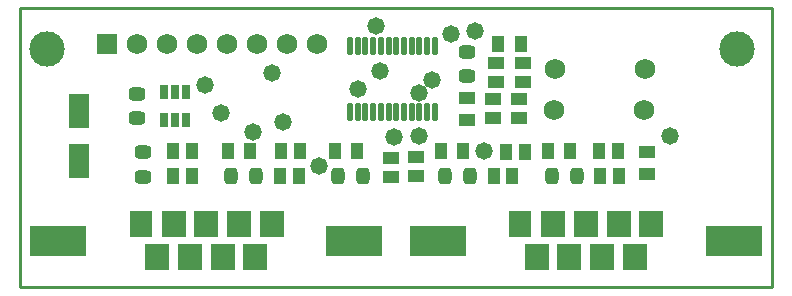
<source format=gts>
G04 Layer_Color=20142*
%FSAX24Y24*%
%MOIN*%
G70*
G01*
G75*
%ADD20C,0.0100*%
%ADD34R,0.0572X0.0395*%
%ADD35O,0.0218X0.0631*%
%ADD36R,0.0434X0.0552*%
G04:AMPARAMS|DCode=37|XSize=55.2mil|YSize=43.4mil|CornerRadius=12.9mil|HoleSize=0mil|Usage=FLASHONLY|Rotation=180.000|XOffset=0mil|YOffset=0mil|HoleType=Round|Shape=RoundedRectangle|*
%AMROUNDEDRECTD37*
21,1,0.0552,0.0177,0,0,180.0*
21,1,0.0295,0.0434,0,0,180.0*
1,1,0.0257,-0.0148,0.0089*
1,1,0.0257,0.0148,0.0089*
1,1,0.0257,0.0148,-0.0089*
1,1,0.0257,-0.0148,-0.0089*
%
%ADD37ROUNDEDRECTD37*%
%ADD38R,0.0710X0.1182*%
%ADD39R,0.0316X0.0513*%
%ADD40R,0.0395X0.0572*%
%ADD41R,0.0552X0.0434*%
G04:AMPARAMS|DCode=42|XSize=55.2mil|YSize=43.4mil|CornerRadius=12.9mil|HoleSize=0mil|Usage=FLASHONLY|Rotation=270.000|XOffset=0mil|YOffset=0mil|HoleType=Round|Shape=RoundedRectangle|*
%AMROUNDEDRECTD42*
21,1,0.0552,0.0177,0,0,270.0*
21,1,0.0295,0.0434,0,0,270.0*
1,1,0.0257,-0.0089,-0.0148*
1,1,0.0257,-0.0089,0.0148*
1,1,0.0257,0.0089,0.0148*
1,1,0.0257,0.0089,-0.0148*
%
%ADD42ROUNDEDRECTD42*%
%ADD43R,0.0690X0.0690*%
%ADD44C,0.0690*%
%ADD45C,0.0680*%
G04:AMPARAMS|DCode=46|XSize=88mil|YSize=78mil|CornerRadius=0mil|HoleSize=0mil|Usage=FLASHONLY|Rotation=270.000|XOffset=0mil|YOffset=0mil|HoleType=Round|Shape=RoundedRectangle|*
%AMROUNDEDRECTD46*
21,1,0.0880,0.0780,0,0,270.0*
21,1,0.0880,0.0780,0,0,270.0*
1,1,0.0000,-0.0390,-0.0440*
1,1,0.0000,-0.0390,0.0440*
1,1,0.0000,0.0390,0.0440*
1,1,0.0000,0.0390,-0.0440*
%
%ADD46ROUNDEDRECTD46*%
G04:AMPARAMS|DCode=47|XSize=98mil|YSize=188mil|CornerRadius=0mil|HoleSize=0mil|Usage=FLASHONLY|Rotation=270.000|XOffset=0mil|YOffset=0mil|HoleType=Round|Shape=RoundedRectangle|*
%AMROUNDEDRECTD47*
21,1,0.0980,0.1880,0,0,270.0*
21,1,0.0980,0.1880,0,0,270.0*
1,1,0.0000,-0.0940,-0.0490*
1,1,0.0000,-0.0940,0.0490*
1,1,0.0000,0.0940,0.0490*
1,1,0.0000,0.0940,-0.0490*
%
%ADD47ROUNDEDRECTD47*%
%ADD48R,0.0780X0.0880*%
%ADD49C,0.1180*%
%ADD50C,0.0580*%
D20*
X017100Y016750D02*
Y026050D01*
Y016750D02*
X042150D01*
Y026050D01*
X017100D02*
X042150D01*
D34*
X033846Y023592D02*
D03*
Y024222D02*
D03*
X029450Y020428D02*
D03*
Y021058D02*
D03*
X030300Y020453D02*
D03*
Y021083D02*
D03*
X033709Y023040D02*
D03*
Y022410D02*
D03*
X032859Y023040D02*
D03*
Y022410D02*
D03*
X032946Y023592D02*
D03*
Y024222D02*
D03*
D35*
X028093Y022598D02*
D03*
X028348D02*
D03*
X028604D02*
D03*
X028860D02*
D03*
X029116D02*
D03*
X029372D02*
D03*
X029628D02*
D03*
X029884D02*
D03*
X030140D02*
D03*
X030396D02*
D03*
X030652D02*
D03*
X030907D02*
D03*
X028093Y024802D02*
D03*
X028348D02*
D03*
X028604D02*
D03*
X028860D02*
D03*
X029116D02*
D03*
X029372D02*
D03*
X029628D02*
D03*
X029884D02*
D03*
X030140D02*
D03*
X030396D02*
D03*
X030652D02*
D03*
X030907D02*
D03*
D36*
X024770Y021303D02*
D03*
X024022D02*
D03*
X033774Y024850D02*
D03*
X033026D02*
D03*
X034672Y021303D02*
D03*
X035420D02*
D03*
X031122D02*
D03*
X031870D02*
D03*
X027572D02*
D03*
X028320D02*
D03*
D37*
X021200Y020437D02*
D03*
Y021263D02*
D03*
X032000Y023787D02*
D03*
Y024613D02*
D03*
X021000Y022387D02*
D03*
Y023213D02*
D03*
D38*
X019050Y020954D02*
D03*
Y022646D02*
D03*
D39*
X022624Y023272D02*
D03*
X022250D02*
D03*
X021876D02*
D03*
Y022328D02*
D03*
X022250D02*
D03*
X022624D02*
D03*
D40*
X022185Y020450D02*
D03*
X022815D02*
D03*
X022185Y021300D02*
D03*
X022815D02*
D03*
X033502Y020450D02*
D03*
X032873D02*
D03*
X033915Y021250D02*
D03*
X033285D02*
D03*
X037015Y021300D02*
D03*
X036385D02*
D03*
X037065Y020450D02*
D03*
X036435D02*
D03*
X026377D02*
D03*
X025748D02*
D03*
X026415Y021300D02*
D03*
X025785D02*
D03*
D41*
X032000Y023074D02*
D03*
Y022326D02*
D03*
X038000Y021274D02*
D03*
Y020526D02*
D03*
D42*
X035648Y020450D02*
D03*
X034821D02*
D03*
X032085D02*
D03*
X031259D02*
D03*
X028523D02*
D03*
X027696D02*
D03*
X024960D02*
D03*
X024134D02*
D03*
D43*
X020000Y024850D02*
D03*
D44*
X021000D02*
D03*
X022000D02*
D03*
X023000D02*
D03*
X024000D02*
D03*
X025000D02*
D03*
X026000D02*
D03*
X027000D02*
D03*
D45*
X037922Y024027D02*
D03*
X034922D02*
D03*
X037900Y022650D02*
D03*
X034900D02*
D03*
D46*
X024930Y017750D02*
D03*
X022750D02*
D03*
X025480Y018850D02*
D03*
X022210D02*
D03*
X021660Y017750D02*
D03*
X023300Y018850D02*
D03*
X024390D02*
D03*
X023840Y017750D02*
D03*
X037580D02*
D03*
X035400D02*
D03*
X038130Y018850D02*
D03*
X034860D02*
D03*
X034310Y017750D02*
D03*
X035950Y018850D02*
D03*
X037040D02*
D03*
X036490Y017750D02*
D03*
D47*
X018370Y018300D02*
D03*
X028230D02*
D03*
X031020D02*
D03*
X040880D02*
D03*
D48*
X021120Y018850D02*
D03*
X033770D02*
D03*
D49*
X018000Y024700D02*
D03*
X041000D02*
D03*
D50*
X028348Y023360D02*
D03*
X030820Y023660D02*
D03*
X030396Y023230D02*
D03*
X024850Y021920D02*
D03*
X031450Y025200D02*
D03*
X032550Y021300D02*
D03*
X032250Y025300D02*
D03*
X038750Y021800D02*
D03*
X023800Y022550D02*
D03*
X028950Y025450D02*
D03*
X029100Y023950D02*
D03*
X023250Y023500D02*
D03*
X025850Y022250D02*
D03*
X025500Y023900D02*
D03*
X029557Y021750D02*
D03*
X030400Y021800D02*
D03*
X027041Y020809D02*
D03*
M02*

</source>
